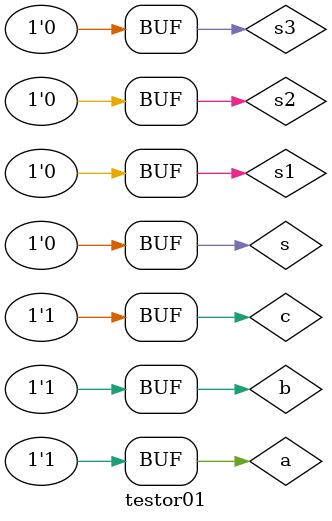
<source format=v>
module or01 ( output s, input a, input b, input c); 
 
endmodule //  
// --------------------- 
// -- test or01 
// --------------------- 
module testor01; 
// ------------------------- dados locais 

reg a,b,c; // definir registradores 
wire s; // definir conexao (fio)
 
// ------------------------- instancia 
not NOT01(s1,a);
not NOT02(s2,b);
not NOT03(s3,c);
and AND01(s,s1,s2,s3);

initial begin:start
a=0; b=0; c=0; 
end

initial begin:main

$display("Exercício 05 - Jorge Luis dos Santos Leal - 417466"); 
$display("Porta or com 3 entradas"); 
$display("\na & b & c = s\n"); 
$monitor("%b & %b & %b = %b", a, b, c, s);

#1 a=0 ; b=0 ; c=1;
#1 a=0 ; b=1 ; c=0;
#1 a=0 ; b=1 ; c=1;
#1 a=1 ; b=0 ; c=0;
#1 a=1 ; b=0 ; c=1;
#1 a=1 ; b=1 ; c=0;
#1 a=1 ; b=1 ; c=1;


end 
endmodule // testor01



</source>
